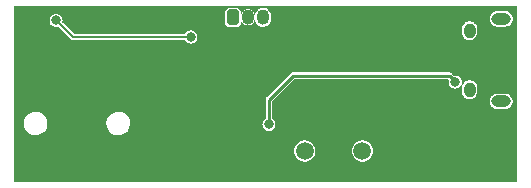
<source format=gbl>
%TF.GenerationSoftware,KiCad,Pcbnew,(6.0.1-0)*%
%TF.CreationDate,2022-02-08T21:01:33-05:00*%
%TF.ProjectId,usbAudio,75736241-7564-4696-9f2e-6b696361645f,rev?*%
%TF.SameCoordinates,Original*%
%TF.FileFunction,Copper,L2,Bot*%
%TF.FilePolarity,Positive*%
%FSLAX46Y46*%
G04 Gerber Fmt 4.6, Leading zero omitted, Abs format (unit mm)*
G04 Created by KiCad (PCBNEW (6.0.1-0)) date 2022-02-08 21:01:33*
%MOMM*%
%LPD*%
G01*
G04 APERTURE LIST*
G04 Aperture macros list*
%AMRoundRect*
0 Rectangle with rounded corners*
0 $1 Rounding radius*
0 $2 $3 $4 $5 $6 $7 $8 $9 X,Y pos of 4 corners*
0 Add a 4 corners polygon primitive as box body*
4,1,4,$2,$3,$4,$5,$6,$7,$8,$9,$2,$3,0*
0 Add four circle primitives for the rounded corners*
1,1,$1+$1,$2,$3*
1,1,$1+$1,$4,$5*
1,1,$1+$1,$6,$7*
1,1,$1+$1,$8,$9*
0 Add four rect primitives between the rounded corners*
20,1,$1+$1,$2,$3,$4,$5,0*
20,1,$1+$1,$4,$5,$6,$7,0*
20,1,$1+$1,$6,$7,$8,$9,0*
20,1,$1+$1,$8,$9,$2,$3,0*%
G04 Aperture macros list end*
%TA.AperFunction,ComponentPad*%
%ADD10C,1.500000*%
%TD*%
%TA.AperFunction,ComponentPad*%
%ADD11O,1.016000X1.295400*%
%TD*%
%TA.AperFunction,ComponentPad*%
%ADD12O,1.651000X1.016000*%
%TD*%
%TA.AperFunction,ComponentPad*%
%ADD13RoundRect,0.249900X-0.275100X-0.400100X0.275100X-0.400100X0.275100X0.400100X-0.275100X0.400100X0*%
%TD*%
%TA.AperFunction,ComponentPad*%
%ADD14O,1.050000X1.300000*%
%TD*%
%TA.AperFunction,ViaPad*%
%ADD15C,0.800000*%
%TD*%
%TA.AperFunction,Conductor*%
%ADD16C,0.250000*%
%TD*%
%TA.AperFunction,Conductor*%
%ADD17C,0.203200*%
%TD*%
G04 APERTURE END LIST*
D10*
%TO.P,Y1,1,1*%
%TO.N,/XTI*%
X85390000Y-85370000D03*
%TO.P,Y1,2,2*%
%TO.N,/XTO*%
X80510000Y-85370000D03*
%TD*%
D11*
%TO.P,J1,S_4*%
%TO.N,N/C*%
X94462600Y-75168600D03*
%TO.P,J1,S_3*%
X94462600Y-80168600D03*
D12*
%TO.P,J1,S_2*%
X97137601Y-74168599D03*
%TO.P,J1,S_1*%
X97137601Y-81168600D03*
%TD*%
D13*
%TO.P,J2,1,Pin_1*%
%TO.N,/VCCCI*%
X74430000Y-74060000D03*
D14*
%TO.P,J2,2,Pin_2*%
%TO.N,GND*%
X75700000Y-74060000D03*
%TO.P,J2,3,Pin_3*%
%TO.N,/IN_R*%
X76970000Y-74060000D03*
%TD*%
D15*
%TO.N,GND*%
X58826400Y-80645000D03*
X62560200Y-80645000D03*
X79250000Y-77650000D03*
X85598000Y-76390500D03*
X72600000Y-80240000D03*
X94386400Y-83032600D03*
%TO.N,VBUS*%
X77475000Y-83100000D03*
X93246199Y-79527400D03*
%TO.N,Net-(JP1-Pad1)*%
X70866000Y-75717400D03*
X59461400Y-74295000D03*
%TD*%
D16*
%TO.N,VBUS*%
X92786200Y-78994000D02*
X93238800Y-79446600D01*
X93238800Y-79446600D02*
X93246199Y-79446600D01*
X92786200Y-78994000D02*
X79502000Y-78994000D01*
D17*
%TO.N,Net-(JP1-Pad1)*%
X59460000Y-74280000D02*
X60920000Y-75740000D01*
X60920000Y-75740000D02*
X71097400Y-75740000D01*
D16*
%TO.N,VBUS*%
X77470000Y-81026000D02*
X77470000Y-83095000D01*
X79502000Y-78994000D02*
X77470000Y-81026000D01*
X77470000Y-83095000D02*
X77475000Y-83100000D01*
%TD*%
%TA.AperFunction,Conductor*%
%TO.N,GND*%
G36*
X77200133Y-73100801D02*
G01*
X98463900Y-73103047D01*
X98472173Y-73106475D01*
X98475599Y-73114746D01*
X98475322Y-80009888D01*
X98475001Y-87983300D01*
X98471574Y-87991573D01*
X98463301Y-87995000D01*
X55916701Y-87995000D01*
X55908428Y-87991573D01*
X55905001Y-87983300D01*
X55905072Y-86233567D01*
X55905107Y-85370000D01*
X79602127Y-85370000D01*
X79621966Y-85558757D01*
X79680617Y-85739265D01*
X79775515Y-85903634D01*
X79902514Y-86044681D01*
X80056063Y-86156241D01*
X80229452Y-86233439D01*
X80287041Y-86245680D01*
X80414497Y-86272772D01*
X80414501Y-86272772D01*
X80415101Y-86272900D01*
X80604899Y-86272900D01*
X80605499Y-86272772D01*
X80605503Y-86272772D01*
X80732959Y-86245680D01*
X80790548Y-86233439D01*
X80963937Y-86156241D01*
X81117486Y-86044681D01*
X81244485Y-85903634D01*
X81339383Y-85739265D01*
X81398034Y-85558757D01*
X81417873Y-85370000D01*
X84482127Y-85370000D01*
X84501966Y-85558757D01*
X84560617Y-85739265D01*
X84655515Y-85903634D01*
X84782514Y-86044681D01*
X84936063Y-86156241D01*
X85109452Y-86233439D01*
X85167041Y-86245680D01*
X85294497Y-86272772D01*
X85294501Y-86272772D01*
X85295101Y-86272900D01*
X85484899Y-86272900D01*
X85485499Y-86272772D01*
X85485503Y-86272772D01*
X85612959Y-86245680D01*
X85670548Y-86233439D01*
X85843937Y-86156241D01*
X85997486Y-86044681D01*
X86124485Y-85903634D01*
X86219383Y-85739265D01*
X86278034Y-85558757D01*
X86297873Y-85370000D01*
X86278034Y-85181243D01*
X86219383Y-85000735D01*
X86124485Y-84836366D01*
X85997486Y-84695319D01*
X85843937Y-84583759D01*
X85670548Y-84506561D01*
X85612959Y-84494320D01*
X85485503Y-84467228D01*
X85485499Y-84467228D01*
X85484899Y-84467100D01*
X85295101Y-84467100D01*
X85294501Y-84467228D01*
X85294497Y-84467228D01*
X85167041Y-84494320D01*
X85109452Y-84506561D01*
X84936064Y-84583759D01*
X84782514Y-84695319D01*
X84655515Y-84836366D01*
X84560617Y-85000735D01*
X84501966Y-85181243D01*
X84482127Y-85370000D01*
X81417873Y-85370000D01*
X81398034Y-85181243D01*
X81339383Y-85000735D01*
X81244485Y-84836366D01*
X81117486Y-84695319D01*
X80963937Y-84583759D01*
X80790548Y-84506561D01*
X80732959Y-84494320D01*
X80605503Y-84467228D01*
X80605499Y-84467228D01*
X80604899Y-84467100D01*
X80415101Y-84467100D01*
X80414501Y-84467228D01*
X80414497Y-84467228D01*
X80287041Y-84494320D01*
X80229452Y-84506561D01*
X80056064Y-84583759D01*
X79902514Y-84695319D01*
X79775515Y-84836366D01*
X79680617Y-85000735D01*
X79621966Y-85181243D01*
X79602127Y-85370000D01*
X55905107Y-85370000D01*
X55905198Y-83081726D01*
X56715141Y-83081726D01*
X56715230Y-83082314D01*
X56715230Y-83082316D01*
X56730890Y-83185860D01*
X56745535Y-83282697D01*
X56815719Y-83473452D01*
X56922826Y-83646199D01*
X57062481Y-83793880D01*
X57228979Y-83910463D01*
X57415519Y-83991186D01*
X57614480Y-84032751D01*
X57614926Y-84032774D01*
X57614931Y-84032775D01*
X57620473Y-84033065D01*
X57621139Y-84033100D01*
X57770400Y-84033100D01*
X57770694Y-84033070D01*
X57770697Y-84033070D01*
X57820872Y-84027973D01*
X57921816Y-84017720D01*
X58115772Y-83956938D01*
X58293544Y-83858397D01*
X58447871Y-83726123D01*
X58515936Y-83638374D01*
X58572084Y-83565989D01*
X58572086Y-83565985D01*
X58572448Y-83565519D01*
X58662187Y-83383145D01*
X58713422Y-83186452D01*
X58717913Y-83100760D01*
X58718910Y-83081726D01*
X63715141Y-83081726D01*
X63715230Y-83082314D01*
X63715230Y-83082316D01*
X63730890Y-83185860D01*
X63745535Y-83282697D01*
X63815719Y-83473452D01*
X63922826Y-83646199D01*
X64062481Y-83793880D01*
X64228979Y-83910463D01*
X64415519Y-83991186D01*
X64614480Y-84032751D01*
X64614926Y-84032774D01*
X64614931Y-84032775D01*
X64620473Y-84033065D01*
X64621139Y-84033100D01*
X64770400Y-84033100D01*
X64770694Y-84033070D01*
X64770697Y-84033070D01*
X64820872Y-84027973D01*
X64921816Y-84017720D01*
X65115772Y-83956938D01*
X65293544Y-83858397D01*
X65447871Y-83726123D01*
X65515936Y-83638374D01*
X65572084Y-83565989D01*
X65572086Y-83565985D01*
X65572448Y-83565519D01*
X65662187Y-83383145D01*
X65713422Y-83186452D01*
X65717913Y-83100760D01*
X65717953Y-83100000D01*
X76917329Y-83100000D01*
X76936331Y-83244336D01*
X76992043Y-83378835D01*
X76992514Y-83379448D01*
X76992514Y-83379449D01*
X77019818Y-83415033D01*
X77080667Y-83494333D01*
X77196164Y-83582957D01*
X77196873Y-83583251D01*
X77196877Y-83583253D01*
X77315891Y-83632550D01*
X77330664Y-83638669D01*
X77475000Y-83657671D01*
X77619336Y-83638669D01*
X77634109Y-83632550D01*
X77753123Y-83583253D01*
X77753127Y-83583251D01*
X77753836Y-83582957D01*
X77869333Y-83494333D01*
X77930182Y-83415033D01*
X77957486Y-83379449D01*
X77957486Y-83379448D01*
X77957957Y-83378835D01*
X78013669Y-83244336D01*
X78032671Y-83100000D01*
X78013669Y-82955664D01*
X77957957Y-82821165D01*
X77869333Y-82705667D01*
X77868723Y-82705199D01*
X77754441Y-82617507D01*
X77754440Y-82617506D01*
X77753836Y-82617043D01*
X77753635Y-82616960D01*
X77748298Y-82610002D01*
X77747900Y-82606976D01*
X77747900Y-81245120D01*
X96158759Y-81245120D01*
X96158922Y-81245797D01*
X96158922Y-81245801D01*
X96160584Y-81252723D01*
X96196102Y-81400663D01*
X96269469Y-81542809D01*
X96269931Y-81543339D01*
X96269932Y-81543340D01*
X96274941Y-81549082D01*
X96374625Y-81663352D01*
X96375204Y-81663759D01*
X96504918Y-81754924D01*
X96504922Y-81754926D01*
X96505498Y-81755331D01*
X96654535Y-81813438D01*
X96776540Y-81829500D01*
X97495213Y-81829500D01*
X97495566Y-81829457D01*
X97495571Y-81829457D01*
X97592219Y-81817761D01*
X97613906Y-81815137D01*
X97614563Y-81814889D01*
X97614566Y-81814888D01*
X97762886Y-81758842D01*
X97762887Y-81758842D01*
X97763542Y-81758594D01*
X97895372Y-81667989D01*
X97895840Y-81667463D01*
X97895843Y-81667461D01*
X98001314Y-81549082D01*
X98001784Y-81548555D01*
X98076636Y-81407185D01*
X98115605Y-81252041D01*
X98115642Y-81245120D01*
X98116439Y-81092780D01*
X98116443Y-81092080D01*
X98114951Y-81085863D01*
X98079264Y-80937219D01*
X98079263Y-80937217D01*
X98079100Y-80936537D01*
X98005733Y-80794391D01*
X98000721Y-80788645D01*
X97901042Y-80674381D01*
X97900577Y-80673848D01*
X97899998Y-80673441D01*
X97770284Y-80582276D01*
X97770280Y-80582274D01*
X97769704Y-80581869D01*
X97620667Y-80523762D01*
X97498662Y-80507700D01*
X96779989Y-80507700D01*
X96779636Y-80507743D01*
X96779631Y-80507743D01*
X96682983Y-80519439D01*
X96661296Y-80522063D01*
X96660639Y-80522311D01*
X96660636Y-80522312D01*
X96512316Y-80578358D01*
X96511660Y-80578606D01*
X96379830Y-80669211D01*
X96379362Y-80669737D01*
X96379359Y-80669739D01*
X96321028Y-80735208D01*
X96273418Y-80788645D01*
X96273087Y-80789270D01*
X96255749Y-80822016D01*
X96198566Y-80930015D01*
X96159597Y-81085159D01*
X96159593Y-81085860D01*
X96159593Y-81085863D01*
X96159557Y-81092780D01*
X96158759Y-81245120D01*
X77747900Y-81245120D01*
X77747900Y-81145956D01*
X77751327Y-81137683D01*
X78540598Y-80348412D01*
X93801700Y-80348412D01*
X93816063Y-80467105D01*
X93816311Y-80467762D01*
X93816312Y-80467765D01*
X93859332Y-80581612D01*
X93872606Y-80616741D01*
X93963211Y-80748571D01*
X93963737Y-80749039D01*
X93963739Y-80749042D01*
X94008189Y-80788645D01*
X94082645Y-80854983D01*
X94224015Y-80929835D01*
X94300985Y-80949168D01*
X94378477Y-80968633D01*
X94378479Y-80968633D01*
X94379159Y-80968804D01*
X94379860Y-80968808D01*
X94379863Y-80968808D01*
X94456565Y-80969210D01*
X94539120Y-80969642D01*
X94539797Y-80969479D01*
X94539801Y-80969479D01*
X94693981Y-80932463D01*
X94693983Y-80932462D01*
X94694663Y-80932299D01*
X94700073Y-80929507D01*
X94836183Y-80859255D01*
X94836182Y-80859255D01*
X94836809Y-80858932D01*
X94840957Y-80855314D01*
X94956819Y-80754241D01*
X94957352Y-80753776D01*
X95013152Y-80674381D01*
X95048924Y-80623483D01*
X95048926Y-80623479D01*
X95049331Y-80622903D01*
X95051734Y-80616741D01*
X95107181Y-80474525D01*
X95107438Y-80473866D01*
X95123500Y-80351861D01*
X95123500Y-79988788D01*
X95109137Y-79870095D01*
X95106848Y-79864036D01*
X95052842Y-79721115D01*
X95052842Y-79721114D01*
X95052594Y-79720459D01*
X94961989Y-79588629D01*
X94961463Y-79588161D01*
X94961461Y-79588158D01*
X94892414Y-79526640D01*
X94842555Y-79482217D01*
X94701185Y-79407365D01*
X94607471Y-79383826D01*
X94546723Y-79368567D01*
X94546721Y-79368567D01*
X94546041Y-79368396D01*
X94545340Y-79368392D01*
X94545337Y-79368392D01*
X94468635Y-79367990D01*
X94386080Y-79367558D01*
X94385403Y-79367721D01*
X94385399Y-79367721D01*
X94231219Y-79404737D01*
X94231217Y-79404738D01*
X94230537Y-79404901D01*
X94229913Y-79405223D01*
X94172615Y-79434797D01*
X94088391Y-79478268D01*
X94087861Y-79478730D01*
X94087860Y-79478731D01*
X93968381Y-79582959D01*
X93967848Y-79583424D01*
X93967441Y-79584003D01*
X93876276Y-79713717D01*
X93876274Y-79713721D01*
X93875869Y-79714297D01*
X93875612Y-79714956D01*
X93873211Y-79721115D01*
X93817762Y-79863334D01*
X93801700Y-79985339D01*
X93801700Y-80348412D01*
X78540598Y-80348412D01*
X79613683Y-79275327D01*
X79621956Y-79271900D01*
X92666244Y-79271900D01*
X92674517Y-79275327D01*
X92723888Y-79324698D01*
X92727315Y-79332971D01*
X92726424Y-79337448D01*
X92713953Y-79367558D01*
X92707530Y-79383064D01*
X92688528Y-79527400D01*
X92707530Y-79671736D01*
X92763242Y-79806235D01*
X92851866Y-79921733D01*
X92967363Y-80010357D01*
X92968072Y-80010651D01*
X92968076Y-80010653D01*
X93087090Y-80059950D01*
X93101863Y-80066069D01*
X93246199Y-80085071D01*
X93390535Y-80066069D01*
X93405308Y-80059950D01*
X93524322Y-80010653D01*
X93524326Y-80010651D01*
X93525035Y-80010357D01*
X93640532Y-79921733D01*
X93729156Y-79806235D01*
X93784868Y-79671736D01*
X93803870Y-79527400D01*
X93784868Y-79383064D01*
X93729156Y-79248565D01*
X93640532Y-79133067D01*
X93525035Y-79044443D01*
X93524326Y-79044149D01*
X93524322Y-79044147D01*
X93391247Y-78989026D01*
X93391248Y-78989026D01*
X93390535Y-78988731D01*
X93246199Y-78969729D01*
X93171276Y-78979593D01*
X93162627Y-78977275D01*
X93161476Y-78976266D01*
X93016957Y-78831747D01*
X93014719Y-78828612D01*
X93013642Y-78826409D01*
X93013168Y-78825439D01*
X92978514Y-78793293D01*
X92978198Y-78792988D01*
X92964428Y-78779218D01*
X92963985Y-78778914D01*
X92960963Y-78776840D01*
X92959626Y-78775771D01*
X92938058Y-78755765D01*
X92937269Y-78755033D01*
X92919130Y-78747796D01*
X92916847Y-78746577D01*
X92901634Y-78736141D01*
X92901630Y-78736139D01*
X92900739Y-78735528D01*
X92899689Y-78735279D01*
X92899687Y-78735278D01*
X92871070Y-78728487D01*
X92869436Y-78727970D01*
X92841878Y-78716975D01*
X92841877Y-78716975D01*
X92841113Y-78716670D01*
X92837352Y-78716301D01*
X92835587Y-78716128D01*
X92835582Y-78716128D01*
X92835299Y-78716100D01*
X92820246Y-78716100D01*
X92817544Y-78715784D01*
X92801061Y-78711872D01*
X92801060Y-78711872D01*
X92800011Y-78711623D01*
X92770106Y-78715693D01*
X92767901Y-78715993D01*
X92766323Y-78716100D01*
X79550441Y-78716100D01*
X79546642Y-78715466D01*
X79544320Y-78714669D01*
X79544319Y-78714669D01*
X79543300Y-78714319D01*
X79542226Y-78714359D01*
X79542224Y-78714359D01*
X79496075Y-78716092D01*
X79495636Y-78716100D01*
X79476152Y-78716100D01*
X79475629Y-78716197D01*
X79475623Y-78716198D01*
X79472022Y-78716869D01*
X79470319Y-78717059D01*
X79440928Y-78718162D01*
X79440926Y-78718163D01*
X79439847Y-78718203D01*
X79421898Y-78725914D01*
X79419428Y-78726664D01*
X79400224Y-78730241D01*
X79399304Y-78730808D01*
X79374265Y-78746242D01*
X79372744Y-78747032D01*
X79345483Y-78758744D01*
X79344727Y-78759069D01*
X79340213Y-78762777D01*
X79329568Y-78773422D01*
X79327433Y-78775109D01*
X79312095Y-78784564D01*
X79305457Y-78793293D01*
X79292479Y-78810360D01*
X79291439Y-78811551D01*
X77307747Y-80795243D01*
X77304612Y-80797481D01*
X77301439Y-80799032D01*
X77269293Y-80833686D01*
X77268988Y-80834002D01*
X77255218Y-80847772D01*
X77254914Y-80848215D01*
X77252840Y-80851237D01*
X77251771Y-80852574D01*
X77245574Y-80859255D01*
X77231033Y-80874931D01*
X77225055Y-80889916D01*
X77223796Y-80893071D01*
X77222577Y-80895353D01*
X77212141Y-80910566D01*
X77212139Y-80910570D01*
X77211528Y-80911461D01*
X77211279Y-80912511D01*
X77211278Y-80912513D01*
X77204487Y-80941130D01*
X77203970Y-80942764D01*
X77192975Y-80970322D01*
X77192670Y-80971087D01*
X77192100Y-80976901D01*
X77192100Y-80991954D01*
X77191784Y-80994655D01*
X77187623Y-81012189D01*
X77187769Y-81013259D01*
X77191993Y-81044299D01*
X77192100Y-81045877D01*
X77192100Y-82614393D01*
X77188673Y-82622666D01*
X77187524Y-82623673D01*
X77080667Y-82705667D01*
X77080200Y-82706276D01*
X77080199Y-82706277D01*
X77021260Y-82783089D01*
X76992043Y-82821165D01*
X76936331Y-82955664D01*
X76917329Y-83100000D01*
X65717953Y-83100000D01*
X65724028Y-82984067D01*
X65724028Y-82984066D01*
X65724059Y-82983474D01*
X65723970Y-82982884D01*
X65693754Y-82783089D01*
X65693753Y-82783085D01*
X65693665Y-82782503D01*
X65623481Y-82591748D01*
X65516374Y-82419001D01*
X65376719Y-82271320D01*
X65210221Y-82154737D01*
X65023681Y-82074014D01*
X64824720Y-82032449D01*
X64824274Y-82032426D01*
X64824269Y-82032425D01*
X64818633Y-82032130D01*
X64818061Y-82032100D01*
X64668800Y-82032100D01*
X64668506Y-82032130D01*
X64668503Y-82032130D01*
X64618328Y-82037227D01*
X64517384Y-82047480D01*
X64323428Y-82108262D01*
X64145656Y-82206803D01*
X63991329Y-82339077D01*
X63990968Y-82339543D01*
X63867116Y-82499211D01*
X63867114Y-82499215D01*
X63866752Y-82499681D01*
X63866490Y-82500214D01*
X63808775Y-82617507D01*
X63777013Y-82682055D01*
X63776865Y-82682625D01*
X63776863Y-82682629D01*
X63751395Y-82780402D01*
X63725778Y-82878748D01*
X63715141Y-83081726D01*
X58718910Y-83081726D01*
X58724028Y-82984067D01*
X58724028Y-82984066D01*
X58724059Y-82983474D01*
X58723970Y-82982884D01*
X58693754Y-82783089D01*
X58693753Y-82783085D01*
X58693665Y-82782503D01*
X58623481Y-82591748D01*
X58516374Y-82419001D01*
X58376719Y-82271320D01*
X58210221Y-82154737D01*
X58023681Y-82074014D01*
X57824720Y-82032449D01*
X57824274Y-82032426D01*
X57824269Y-82032425D01*
X57818633Y-82032130D01*
X57818061Y-82032100D01*
X57668800Y-82032100D01*
X57668506Y-82032130D01*
X57668503Y-82032130D01*
X57618328Y-82037227D01*
X57517384Y-82047480D01*
X57323428Y-82108262D01*
X57145656Y-82206803D01*
X56991329Y-82339077D01*
X56990968Y-82339543D01*
X56867116Y-82499211D01*
X56867114Y-82499215D01*
X56866752Y-82499681D01*
X56866490Y-82500214D01*
X56808775Y-82617507D01*
X56777013Y-82682055D01*
X56776865Y-82682625D01*
X56776863Y-82682629D01*
X56751395Y-82780402D01*
X56725778Y-82878748D01*
X56715141Y-83081726D01*
X55905198Y-83081726D01*
X55905327Y-79863334D01*
X55905551Y-74295000D01*
X58903729Y-74295000D01*
X58922731Y-74439336D01*
X58978443Y-74573835D01*
X59067067Y-74689333D01*
X59067673Y-74689798D01*
X59067674Y-74689799D01*
X59106875Y-74719879D01*
X59182564Y-74777957D01*
X59183273Y-74778251D01*
X59183277Y-74778253D01*
X59283113Y-74819606D01*
X59317064Y-74833669D01*
X59461400Y-74852671D01*
X59605736Y-74833669D01*
X59632467Y-74822597D01*
X59641421Y-74822598D01*
X59645216Y-74825134D01*
X60721502Y-75901419D01*
X60722957Y-75903192D01*
X60736516Y-75923484D01*
X60757766Y-75937683D01*
X60757767Y-75937684D01*
X60820699Y-75979734D01*
X60821828Y-75979959D01*
X60821829Y-75979959D01*
X60918869Y-75999261D01*
X60920000Y-75999486D01*
X60921131Y-75999261D01*
X60943936Y-75994725D01*
X60946218Y-75994500D01*
X70375942Y-75994500D01*
X70384215Y-75997927D01*
X70385224Y-75999078D01*
X70438775Y-76068866D01*
X70471667Y-76111733D01*
X70587164Y-76200357D01*
X70587873Y-76200651D01*
X70587877Y-76200653D01*
X70706891Y-76249950D01*
X70721664Y-76256069D01*
X70866000Y-76275071D01*
X71010336Y-76256069D01*
X71025109Y-76249950D01*
X71144123Y-76200653D01*
X71144127Y-76200651D01*
X71144836Y-76200357D01*
X71260333Y-76111733D01*
X71321182Y-76032433D01*
X71348486Y-75996849D01*
X71348486Y-75996848D01*
X71348957Y-75996235D01*
X71404669Y-75861736D01*
X71423671Y-75717400D01*
X71404669Y-75573064D01*
X71348957Y-75438565D01*
X71279781Y-75348412D01*
X93801700Y-75348412D01*
X93816063Y-75467105D01*
X93816311Y-75467762D01*
X93816312Y-75467765D01*
X93821719Y-75482073D01*
X93872606Y-75616741D01*
X93963211Y-75748571D01*
X93963737Y-75749039D01*
X93963739Y-75749042D01*
X94029208Y-75807373D01*
X94082645Y-75854983D01*
X94224015Y-75929835D01*
X94255260Y-75937683D01*
X94378477Y-75968633D01*
X94378479Y-75968633D01*
X94379159Y-75968804D01*
X94379860Y-75968808D01*
X94379863Y-75968808D01*
X94456565Y-75969210D01*
X94539120Y-75969642D01*
X94539797Y-75969479D01*
X94539801Y-75969479D01*
X94693981Y-75932463D01*
X94693983Y-75932462D01*
X94694663Y-75932299D01*
X94700073Y-75929507D01*
X94836183Y-75859255D01*
X94836182Y-75859255D01*
X94836809Y-75858932D01*
X94840957Y-75855314D01*
X94956819Y-75754241D01*
X94957352Y-75753776D01*
X94961421Y-75747987D01*
X95048924Y-75623483D01*
X95048926Y-75623479D01*
X95049331Y-75622903D01*
X95051734Y-75616741D01*
X95107181Y-75474525D01*
X95107438Y-75473866D01*
X95123500Y-75351861D01*
X95123500Y-74988788D01*
X95109137Y-74870095D01*
X95106848Y-74864036D01*
X95052842Y-74721115D01*
X95052842Y-74721114D01*
X95052594Y-74720459D01*
X94961989Y-74588629D01*
X94961463Y-74588161D01*
X94961461Y-74588158D01*
X94863321Y-74500719D01*
X94842555Y-74482217D01*
X94701185Y-74407365D01*
X94624215Y-74388032D01*
X94546723Y-74368567D01*
X94546721Y-74368567D01*
X94546041Y-74368396D01*
X94545340Y-74368392D01*
X94545337Y-74368392D01*
X94468635Y-74367990D01*
X94386080Y-74367558D01*
X94385403Y-74367721D01*
X94385399Y-74367721D01*
X94231219Y-74404737D01*
X94231217Y-74404738D01*
X94230537Y-74404901D01*
X94229913Y-74405223D01*
X94224914Y-74407803D01*
X94088391Y-74478268D01*
X94087861Y-74478730D01*
X94087860Y-74478731D01*
X94054658Y-74507695D01*
X93967848Y-74583424D01*
X93967441Y-74584003D01*
X93876276Y-74713717D01*
X93876274Y-74713721D01*
X93875869Y-74714297D01*
X93875612Y-74714956D01*
X93862209Y-74749333D01*
X93817762Y-74863334D01*
X93801700Y-74985339D01*
X93801700Y-75348412D01*
X71279781Y-75348412D01*
X71260333Y-75323067D01*
X71144836Y-75234443D01*
X71144127Y-75234149D01*
X71144123Y-75234147D01*
X71011048Y-75179026D01*
X71011049Y-75179026D01*
X71010336Y-75178731D01*
X70866000Y-75159729D01*
X70721664Y-75178731D01*
X70587165Y-75234443D01*
X70471667Y-75323067D01*
X70383043Y-75438565D01*
X70370948Y-75467765D01*
X70366594Y-75478277D01*
X70360262Y-75484609D01*
X70355785Y-75485500D01*
X61030263Y-75485500D01*
X61021990Y-75482073D01*
X60031719Y-74491802D01*
X73752100Y-74491802D01*
X73767039Y-74586124D01*
X73824966Y-74699811D01*
X73915189Y-74790034D01*
X74028876Y-74847961D01*
X74057983Y-74852571D01*
X74120660Y-74862498D01*
X74123198Y-74862900D01*
X74736802Y-74862900D01*
X74739341Y-74862498D01*
X74802017Y-74852571D01*
X74831124Y-74847961D01*
X74944811Y-74790034D01*
X75035034Y-74699811D01*
X75092961Y-74586124D01*
X75107900Y-74491802D01*
X75107900Y-74221646D01*
X75135000Y-74221646D01*
X75135050Y-74222408D01*
X75149443Y-74331733D01*
X75149838Y-74333207D01*
X75206178Y-74469224D01*
X75206943Y-74470548D01*
X75296573Y-74587356D01*
X75297644Y-74588427D01*
X75414451Y-74678057D01*
X75415775Y-74678822D01*
X75551793Y-74735162D01*
X75553267Y-74735557D01*
X75684894Y-74752886D01*
X75686612Y-74752426D01*
X75687200Y-74751408D01*
X75687200Y-74750863D01*
X75712800Y-74750863D01*
X75713482Y-74752508D01*
X75714566Y-74752958D01*
X75846733Y-74735557D01*
X75848207Y-74735162D01*
X75984224Y-74678822D01*
X75985548Y-74678057D01*
X76102356Y-74588427D01*
X76103427Y-74587356D01*
X76193057Y-74470548D01*
X76193822Y-74469224D01*
X76250162Y-74333207D01*
X76250557Y-74331733D01*
X76264458Y-74226144D01*
X76292100Y-74226144D01*
X76292143Y-74226497D01*
X76292143Y-74226502D01*
X76295234Y-74252040D01*
X76306833Y-74347889D01*
X76307081Y-74348546D01*
X76307082Y-74348549D01*
X76364582Y-74500719D01*
X76364830Y-74501375D01*
X76457765Y-74636596D01*
X76458291Y-74637064D01*
X76458293Y-74637067D01*
X76517479Y-74689799D01*
X76580272Y-74745746D01*
X76580897Y-74746077D01*
X76598373Y-74755330D01*
X76725278Y-74822522D01*
X76804230Y-74842353D01*
X76883731Y-74862323D01*
X76883733Y-74862323D01*
X76884413Y-74862494D01*
X76885114Y-74862498D01*
X76885117Y-74862498D01*
X76963830Y-74862910D01*
X77048488Y-74863353D01*
X77049165Y-74863190D01*
X77049169Y-74863190D01*
X77207351Y-74825214D01*
X77207353Y-74825213D01*
X77208033Y-74825050D01*
X77213567Y-74822194D01*
X77277137Y-74789383D01*
X77353835Y-74749796D01*
X77359017Y-74745276D01*
X77476945Y-74642400D01*
X77477478Y-74641935D01*
X77514532Y-74589213D01*
X77571417Y-74508275D01*
X77571419Y-74508271D01*
X77571824Y-74507695D01*
X77583117Y-74478731D01*
X77631168Y-74355484D01*
X77631425Y-74354825D01*
X77645868Y-74245119D01*
X96158759Y-74245119D01*
X96158922Y-74245796D01*
X96158922Y-74245800D01*
X96195938Y-74399980D01*
X96196102Y-74400662D01*
X96269469Y-74542808D01*
X96269931Y-74543338D01*
X96269932Y-74543339D01*
X96350776Y-74636012D01*
X96374625Y-74663351D01*
X96375204Y-74663758D01*
X96504918Y-74754923D01*
X96504922Y-74754925D01*
X96505498Y-74755330D01*
X96654535Y-74813437D01*
X96776540Y-74829499D01*
X97495213Y-74829499D01*
X97495566Y-74829456D01*
X97495571Y-74829456D01*
X97592219Y-74817760D01*
X97613906Y-74815136D01*
X97614563Y-74814888D01*
X97614566Y-74814887D01*
X97762886Y-74758841D01*
X97762887Y-74758841D01*
X97763542Y-74758593D01*
X97895372Y-74667988D01*
X97895840Y-74667462D01*
X97895843Y-74667460D01*
X97966498Y-74588158D01*
X98001784Y-74548554D01*
X98076636Y-74407184D01*
X98095969Y-74330214D01*
X98115434Y-74252722D01*
X98115434Y-74252720D01*
X98115605Y-74252040D01*
X98115642Y-74245119D01*
X98116439Y-74092779D01*
X98116443Y-74092079D01*
X98114951Y-74085862D01*
X98079264Y-73937218D01*
X98079263Y-73937216D01*
X98079100Y-73936536D01*
X98060902Y-73901277D01*
X98006056Y-73795016D01*
X98005733Y-73794390D01*
X98000721Y-73788644D01*
X97901042Y-73674380D01*
X97900577Y-73673847D01*
X97899998Y-73673440D01*
X97770284Y-73582275D01*
X97770280Y-73582273D01*
X97769704Y-73581868D01*
X97620667Y-73523761D01*
X97498662Y-73507699D01*
X96779989Y-73507699D01*
X96779636Y-73507742D01*
X96779631Y-73507742D01*
X96682983Y-73519438D01*
X96661296Y-73522062D01*
X96660639Y-73522310D01*
X96660636Y-73522311D01*
X96512316Y-73578357D01*
X96511660Y-73578605D01*
X96379830Y-73669210D01*
X96379362Y-73669736D01*
X96379359Y-73669738D01*
X96321028Y-73735207D01*
X96273418Y-73788644D01*
X96273087Y-73789269D01*
X96261029Y-73812043D01*
X96198566Y-73930014D01*
X96159597Y-74085158D01*
X96159593Y-74085859D01*
X96159593Y-74085862D01*
X96159557Y-74092779D01*
X96158759Y-74245119D01*
X77645868Y-74245119D01*
X77647900Y-74229688D01*
X77647900Y-73893856D01*
X77647518Y-73890695D01*
X77633252Y-73772814D01*
X77633167Y-73772111D01*
X77630812Y-73765877D01*
X77575418Y-73619281D01*
X77575418Y-73619280D01*
X77575170Y-73618625D01*
X77482235Y-73483404D01*
X77481709Y-73482936D01*
X77481707Y-73482933D01*
X77411284Y-73420189D01*
X77359728Y-73374254D01*
X77214722Y-73297478D01*
X77135770Y-73277647D01*
X77056269Y-73257677D01*
X77056267Y-73257677D01*
X77055587Y-73257506D01*
X77054886Y-73257502D01*
X77054883Y-73257502D01*
X76976170Y-73257090D01*
X76891512Y-73256647D01*
X76890835Y-73256810D01*
X76890831Y-73256810D01*
X76732649Y-73294786D01*
X76732647Y-73294787D01*
X76731967Y-73294950D01*
X76731343Y-73295272D01*
X76672559Y-73325613D01*
X76586165Y-73370204D01*
X76585635Y-73370666D01*
X76585634Y-73370667D01*
X76528866Y-73420189D01*
X76462522Y-73478065D01*
X76462115Y-73478644D01*
X76368583Y-73611725D01*
X76368581Y-73611729D01*
X76368176Y-73612305D01*
X76308575Y-73765175D01*
X76292100Y-73890312D01*
X76292100Y-74226144D01*
X76264458Y-74226144D01*
X76264950Y-74222408D01*
X76265000Y-74221646D01*
X76265000Y-73898354D01*
X76264950Y-73897592D01*
X76250557Y-73788267D01*
X76250162Y-73786793D01*
X76193822Y-73650776D01*
X76193057Y-73649452D01*
X76103427Y-73532644D01*
X76102356Y-73531573D01*
X75985549Y-73441943D01*
X75984225Y-73441178D01*
X75848207Y-73384838D01*
X75846733Y-73384443D01*
X75715106Y-73367114D01*
X75713388Y-73367574D01*
X75712800Y-73368592D01*
X75712800Y-74750863D01*
X75687200Y-74750863D01*
X75687200Y-73369137D01*
X75686518Y-73367492D01*
X75685434Y-73367042D01*
X75553267Y-73384443D01*
X75551793Y-73384838D01*
X75415776Y-73441178D01*
X75414452Y-73441943D01*
X75297644Y-73531573D01*
X75296573Y-73532644D01*
X75206943Y-73649452D01*
X75206178Y-73650776D01*
X75149838Y-73786793D01*
X75149443Y-73788267D01*
X75135050Y-73897592D01*
X75135000Y-73898354D01*
X75135000Y-74221646D01*
X75107900Y-74221646D01*
X75107900Y-73628198D01*
X75092961Y-73533876D01*
X75035034Y-73420189D01*
X74944811Y-73329966D01*
X74831124Y-73272039D01*
X74740445Y-73257677D01*
X74737257Y-73257172D01*
X74737256Y-73257172D01*
X74736802Y-73257100D01*
X74123198Y-73257100D01*
X74122744Y-73257172D01*
X74122743Y-73257172D01*
X74119555Y-73257677D01*
X74028876Y-73272039D01*
X73915189Y-73329966D01*
X73824966Y-73420189D01*
X73767039Y-73533876D01*
X73752100Y-73628198D01*
X73752100Y-74491802D01*
X60031719Y-74491802D01*
X59999500Y-74459583D01*
X59996073Y-74451310D01*
X59996964Y-74446833D01*
X59999775Y-74440048D01*
X59999777Y-74440042D01*
X60000069Y-74439336D01*
X60019071Y-74295000D01*
X60000069Y-74150664D01*
X59944357Y-74016165D01*
X59855733Y-73900667D01*
X59740236Y-73812043D01*
X59739527Y-73811749D01*
X59739523Y-73811747D01*
X59606448Y-73756626D01*
X59606449Y-73756626D01*
X59605736Y-73756331D01*
X59461400Y-73737329D01*
X59317064Y-73756331D01*
X59182565Y-73812043D01*
X59067067Y-73900667D01*
X58978443Y-74016165D01*
X58922731Y-74150664D01*
X58903729Y-74295000D01*
X55905551Y-74295000D01*
X55905599Y-73110253D01*
X55909026Y-73101980D01*
X55917299Y-73098553D01*
X77200133Y-73100801D01*
G37*
%TD.AperFunction*%
%TD*%
M02*

</source>
